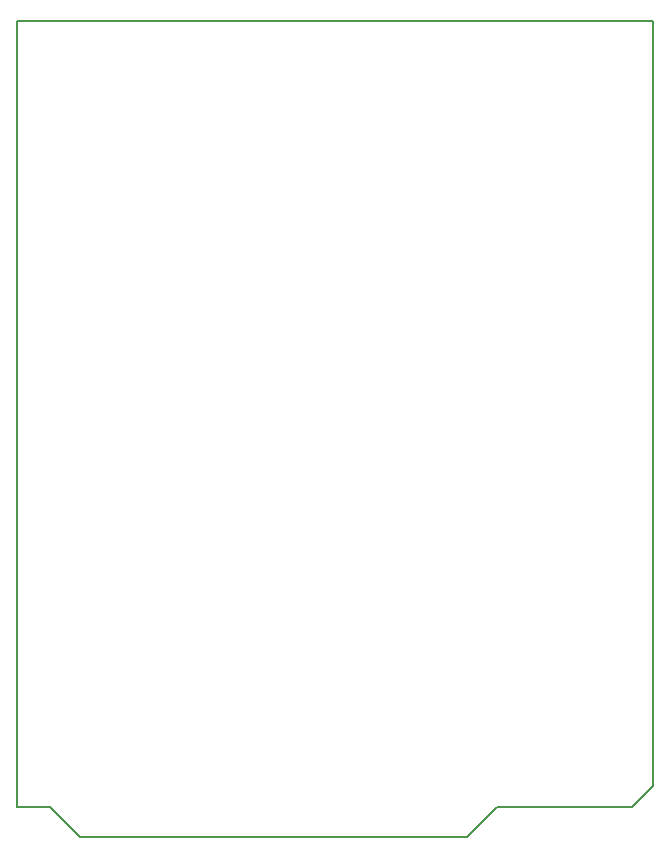
<source format=gbr>
G04 #@! TF.GenerationSoftware,KiCad,Pcbnew,5.0.1-33cea8e~68~ubuntu18.04.1*
G04 #@! TF.CreationDate,2018-11-24T14:12:02-07:00*
G04 #@! TF.ProjectId,adc,6164632E6B696361645F706362000000,rev?*
G04 #@! TF.SameCoordinates,Original*
G04 #@! TF.FileFunction,Profile,NP*
%FSLAX46Y46*%
G04 Gerber Fmt 4.6, Leading zero omitted, Abs format (unit mm)*
G04 Created by KiCad (PCBNEW 5.0.1-33cea8e~68~ubuntu18.04.1) date Sat 24 Nov 2018 02:12:02 PM MST*
%MOMM*%
%LPD*%
G01*
G04 APERTURE LIST*
%ADD10C,0.150000*%
G04 APERTURE END LIST*
D10*
X45466000Y-34798000D02*
X45466000Y-101346000D01*
X99314000Y-34798000D02*
X45466000Y-34798000D01*
X99314000Y-99568000D02*
X99314000Y-34798000D01*
X97536000Y-101346000D02*
X99314000Y-99568000D01*
X86106000Y-101346000D02*
X97536000Y-101346000D01*
X83566000Y-103886000D02*
X86106000Y-101346000D01*
X50800000Y-103886000D02*
X83566000Y-103886000D01*
X48260000Y-101346000D02*
X50800000Y-103886000D01*
X45466000Y-101346000D02*
X48260000Y-101346000D01*
M02*

</source>
